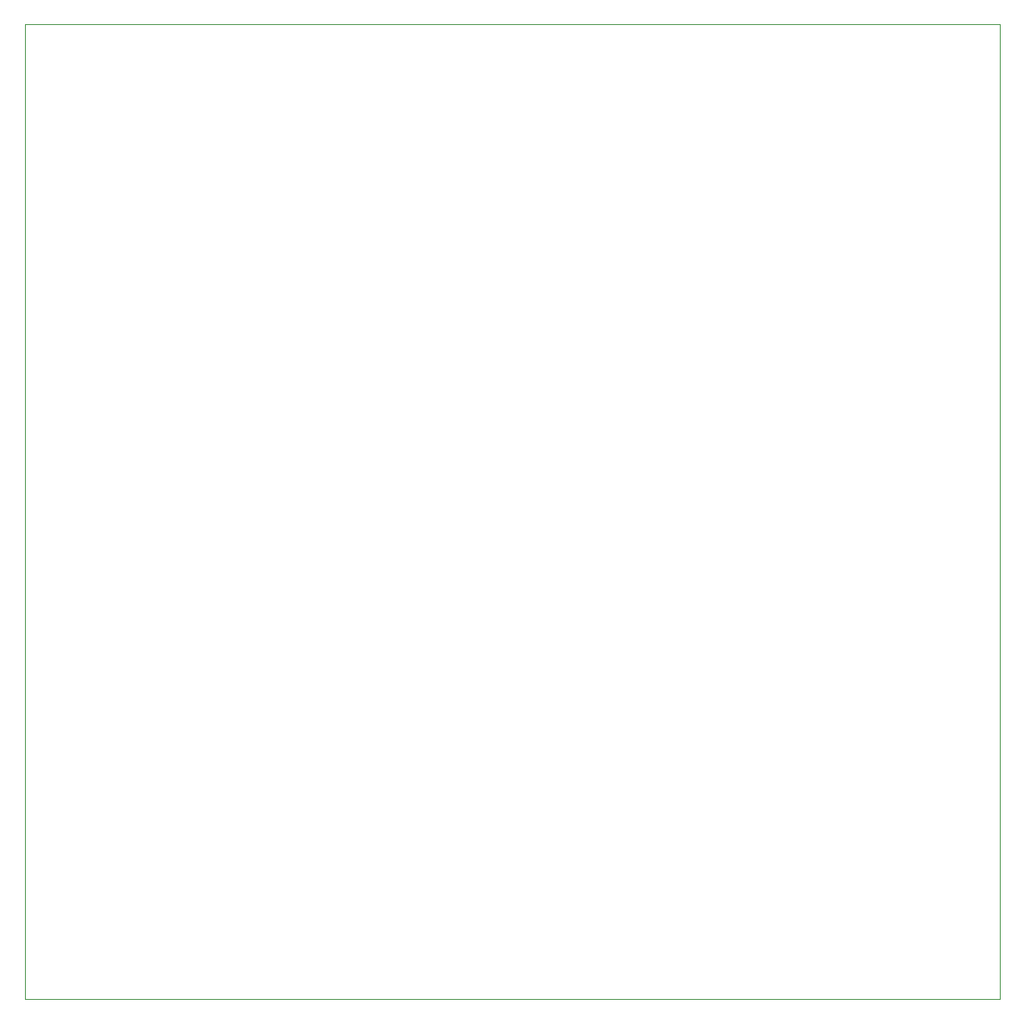
<source format=gbr>
%TF.GenerationSoftware,KiCad,Pcbnew,(5.1.8)-1*%
%TF.CreationDate,2024-06-14T00:40:21+03:00*%
%TF.ProjectId,MUX16bit,4d555831-3662-4697-942e-6b696361645f,rev?*%
%TF.SameCoordinates,Original*%
%TF.FileFunction,Profile,NP*%
%FSLAX46Y46*%
G04 Gerber Fmt 4.6, Leading zero omitted, Abs format (unit mm)*
G04 Created by KiCad (PCBNEW (5.1.8)-1) date 2024-06-14 00:40:21*
%MOMM*%
%LPD*%
G01*
G04 APERTURE LIST*
%TA.AperFunction,Profile*%
%ADD10C,0.050000*%
%TD*%
G04 APERTURE END LIST*
D10*
X111760000Y-111760000D02*
X12700000Y-111760000D01*
X111760000Y-12700000D02*
X111760000Y-111760000D01*
X12700000Y-12700000D02*
X111760000Y-12700000D01*
X12700000Y-111760000D02*
X12700000Y-12700000D01*
M02*

</source>
